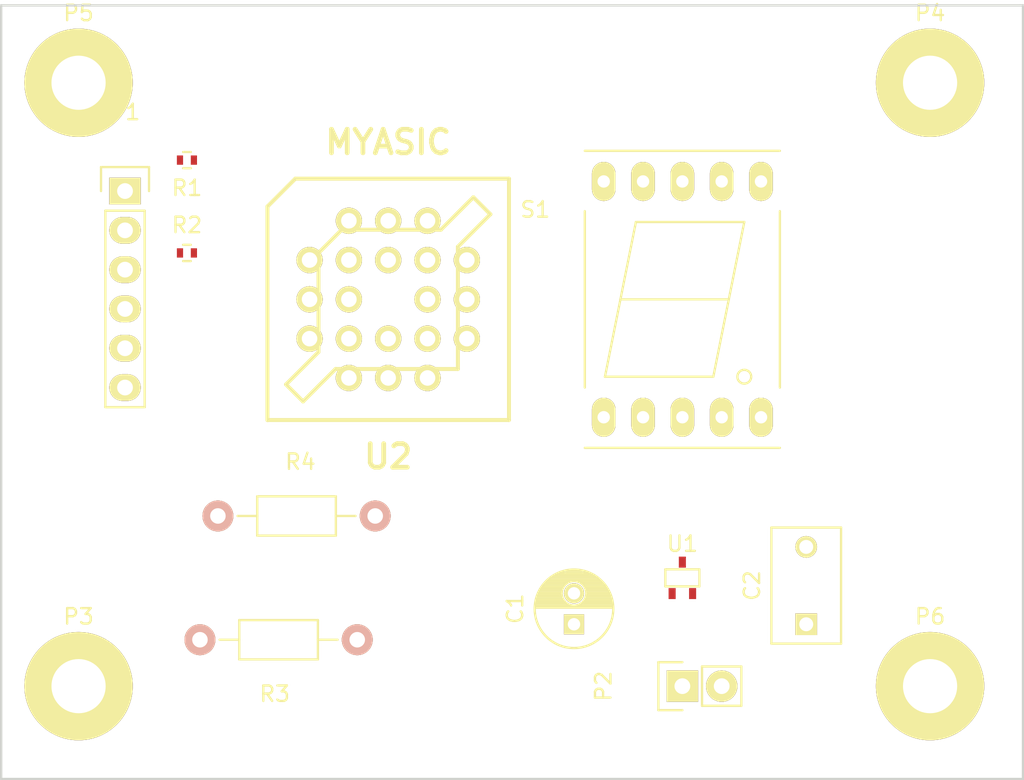
<source format=kicad_pcb>
(kicad_pcb (version 4) (host pcbnew 4.0.4+e1-6308~48~ubuntu16.04.1-stable)

  (general
    (links 31)
    (no_connects 31)
    (area 151.924999 86.924999 232.075001 138.075001)
    (thickness 1.6)
    (drawings 4)
    (tracks 0)
    (zones 0)
    (modules 15)
    (nets 27)
  )

  (page A4)
  (layers
    (0 F.Cu signal)
    (1 In1.Cu signal)
    (2 In2.Cu signal)
    (31 B.Cu signal)
    (33 F.Adhes user)
    (35 F.Paste user)
    (37 F.SilkS user)
    (39 F.Mask user)
    (40 Dwgs.User user)
    (41 Cmts.User user)
    (42 Eco1.User user)
    (43 Eco2.User user)
    (44 Edge.Cuts user)
    (45 Margin user)
    (47 F.CrtYd user)
    (49 F.Fab user)
  )

  (setup
    (last_trace_width 0.25)
    (trace_clearance 0.2)
    (zone_clearance 0.508)
    (zone_45_only no)
    (trace_min 0.2)
    (segment_width 0.2)
    (edge_width 0.15)
    (via_size 0.6)
    (via_drill 0.4)
    (via_min_size 0.4)
    (via_min_drill 0.3)
    (user_via 1.5 1)
    (uvia_size 0.3)
    (uvia_drill 0.1)
    (uvias_allowed no)
    (uvia_min_size 0.2)
    (uvia_min_drill 0.1)
    (pcb_text_width 0.3)
    (pcb_text_size 1.5 1.5)
    (mod_edge_width 0.15)
    (mod_text_size 1 1)
    (mod_text_width 0.15)
    (pad_size 1.524 1.524)
    (pad_drill 0.762)
    (pad_to_mask_clearance 0.2)
    (aux_axis_origin 0 0)
    (visible_elements FFFEFF7F)
    (pcbplotparams
      (layerselection 0x00030_80000001)
      (usegerberextensions false)
      (excludeedgelayer true)
      (linewidth 0.100000)
      (plotframeref false)
      (viasonmask false)
      (mode 1)
      (useauxorigin false)
      (hpglpennumber 1)
      (hpglpenspeed 20)
      (hpglpendiameter 15)
      (hpglpenoverlay 2)
      (psnegative false)
      (psa4output false)
      (plotreference true)
      (plotvalue true)
      (plotinvisibletext false)
      (padsonsilk false)
      (subtractmaskfromsilk false)
      (outputformat 1)
      (mirror false)
      (drillshape 1)
      (scaleselection 1)
      (outputdirectory ""))
  )

  (net 0 "")
  (net 1 /12V)
  (net 2 GND)
  (net 3 +3V3)
  (net 4 "Net-(P1-Pad1)")
  (net 5 "Net-(P1-Pad2)")
  (net 6 /DIV)
  (net 7 "Net-(P1-Pad4)")
  (net 8 "Net-(P1-Pad5)")
  (net 9 "Net-(R1-Pad1)")
  (net 10 "Net-(R2-Pad1)")
  (net 11 "Net-(S1-Pad1)")
  (net 12 "Net-(S1-Pad2)")
  (net 13 "Net-(S1-Pad4)")
  (net 14 "Net-(S1-Pad5)")
  (net 15 "Net-(S1-Pad6)")
  (net 16 "Net-(S1-Pad7)")
  (net 17 "Net-(S1-Pad9)")
  (net 18 "Net-(S1-Pad10)")
  (net 19 "Net-(U2-Pad9)")
  (net 20 "Net-(U2-Pad10)")
  (net 21 "Net-(U2-Pad11)")
  (net 22 "Net-(U2-Pad12)")
  (net 23 "Net-(P3-Pad1)")
  (net 24 "Net-(P4-Pad1)")
  (net 25 "Net-(P5-Pad1)")
  (net 26 "Net-(P6-Pad1)")

  (net_class Default "This is the default net class."
    (clearance 0.2)
    (trace_width 0.25)
    (via_dia 0.6)
    (via_drill 0.4)
    (uvia_dia 0.3)
    (uvia_drill 0.1)
    (add_net +3V3)
    (add_net /DIV)
    (add_net GND)
    (add_net "Net-(P1-Pad1)")
    (add_net "Net-(P1-Pad2)")
    (add_net "Net-(P1-Pad4)")
    (add_net "Net-(P1-Pad5)")
    (add_net "Net-(P3-Pad1)")
    (add_net "Net-(P4-Pad1)")
    (add_net "Net-(P5-Pad1)")
    (add_net "Net-(P6-Pad1)")
    (add_net "Net-(R1-Pad1)")
    (add_net "Net-(R2-Pad1)")
    (add_net "Net-(S1-Pad1)")
    (add_net "Net-(S1-Pad10)")
    (add_net "Net-(S1-Pad2)")
    (add_net "Net-(S1-Pad4)")
    (add_net "Net-(S1-Pad5)")
    (add_net "Net-(S1-Pad6)")
    (add_net "Net-(S1-Pad7)")
    (add_net "Net-(S1-Pad9)")
    (add_net "Net-(U2-Pad10)")
    (add_net "Net-(U2-Pad11)")
    (add_net "Net-(U2-Pad12)")
    (add_net "Net-(U2-Pad9)")
  )

  (net_class POWER ""
    (clearance 0.2)
    (trace_width 0.5)
    (via_dia 0.9)
    (via_drill 0.6)
    (uvia_dia 0.3)
    (uvia_drill 0.1)
    (add_net /12V)
  )

  (module Capacitors_ThroughHole:C_Radial_D5_L11_P2 (layer F.Cu) (tedit 0) (tstamp 5800D665)
    (at 189 128 90)
    (descr "Radial Electrolytic Capacitor 5mm x Length 11mm, Pitch 2mm")
    (tags "Electrolytic Capacitor")
    (path /57FF7B06)
    (fp_text reference C1 (at 1 -3.8 90) (layer F.SilkS)
      (effects (font (size 1 1) (thickness 0.15)))
    )
    (fp_text value C (at 1 3.8 90) (layer F.Fab)
      (effects (font (size 1 1) (thickness 0.15)))
    )
    (fp_line (start 1.075 -2.499) (end 1.075 2.499) (layer F.SilkS) (width 0.15))
    (fp_line (start 1.215 -2.491) (end 1.215 -0.154) (layer F.SilkS) (width 0.15))
    (fp_line (start 1.215 0.154) (end 1.215 2.491) (layer F.SilkS) (width 0.15))
    (fp_line (start 1.355 -2.475) (end 1.355 -0.473) (layer F.SilkS) (width 0.15))
    (fp_line (start 1.355 0.473) (end 1.355 2.475) (layer F.SilkS) (width 0.15))
    (fp_line (start 1.495 -2.451) (end 1.495 -0.62) (layer F.SilkS) (width 0.15))
    (fp_line (start 1.495 0.62) (end 1.495 2.451) (layer F.SilkS) (width 0.15))
    (fp_line (start 1.635 -2.418) (end 1.635 -0.712) (layer F.SilkS) (width 0.15))
    (fp_line (start 1.635 0.712) (end 1.635 2.418) (layer F.SilkS) (width 0.15))
    (fp_line (start 1.775 -2.377) (end 1.775 -0.768) (layer F.SilkS) (width 0.15))
    (fp_line (start 1.775 0.768) (end 1.775 2.377) (layer F.SilkS) (width 0.15))
    (fp_line (start 1.915 -2.327) (end 1.915 -0.795) (layer F.SilkS) (width 0.15))
    (fp_line (start 1.915 0.795) (end 1.915 2.327) (layer F.SilkS) (width 0.15))
    (fp_line (start 2.055 -2.266) (end 2.055 -0.798) (layer F.SilkS) (width 0.15))
    (fp_line (start 2.055 0.798) (end 2.055 2.266) (layer F.SilkS) (width 0.15))
    (fp_line (start 2.195 -2.196) (end 2.195 -0.776) (layer F.SilkS) (width 0.15))
    (fp_line (start 2.195 0.776) (end 2.195 2.196) (layer F.SilkS) (width 0.15))
    (fp_line (start 2.335 -2.114) (end 2.335 -0.726) (layer F.SilkS) (width 0.15))
    (fp_line (start 2.335 0.726) (end 2.335 2.114) (layer F.SilkS) (width 0.15))
    (fp_line (start 2.475 -2.019) (end 2.475 -0.644) (layer F.SilkS) (width 0.15))
    (fp_line (start 2.475 0.644) (end 2.475 2.019) (layer F.SilkS) (width 0.15))
    (fp_line (start 2.615 -1.908) (end 2.615 -0.512) (layer F.SilkS) (width 0.15))
    (fp_line (start 2.615 0.512) (end 2.615 1.908) (layer F.SilkS) (width 0.15))
    (fp_line (start 2.755 -1.78) (end 2.755 -0.265) (layer F.SilkS) (width 0.15))
    (fp_line (start 2.755 0.265) (end 2.755 1.78) (layer F.SilkS) (width 0.15))
    (fp_line (start 2.895 -1.631) (end 2.895 1.631) (layer F.SilkS) (width 0.15))
    (fp_line (start 3.035 -1.452) (end 3.035 1.452) (layer F.SilkS) (width 0.15))
    (fp_line (start 3.175 -1.233) (end 3.175 1.233) (layer F.SilkS) (width 0.15))
    (fp_line (start 3.315 -0.944) (end 3.315 0.944) (layer F.SilkS) (width 0.15))
    (fp_line (start 3.455 -0.472) (end 3.455 0.472) (layer F.SilkS) (width 0.15))
    (fp_circle (center 2 0) (end 2 -0.8) (layer F.SilkS) (width 0.15))
    (fp_circle (center 1 0) (end 1 -2.5375) (layer F.SilkS) (width 0.15))
    (fp_circle (center 1 0) (end 1 -2.8) (layer F.CrtYd) (width 0.05))
    (pad 1 thru_hole rect (at 0 0 90) (size 1.3 1.3) (drill 0.8) (layers *.Cu *.Mask F.SilkS)
      (net 1 /12V))
    (pad 2 thru_hole circle (at 2 0 90) (size 1.3 1.3) (drill 0.8) (layers *.Cu *.Mask F.SilkS)
      (net 2 GND))
    (model Capacitors_ThroughHole.3dshapes/C_Radial_D5_L11_P2.wrl
      (at (xyz 0 0 0))
      (scale (xyz 1 1 1))
      (rotate (xyz 0 0 0))
    )
  )

  (module Capacitors_ThroughHole:C_Disc_D7.5_P5 (layer F.Cu) (tedit 0) (tstamp 5800D66B)
    (at 204 128 90)
    (descr "Capacitor 7.5mm Disc, Pitch 5mm")
    (tags Capacitor)
    (path /57FF7A61)
    (fp_text reference C2 (at 2.5 -3.5 90) (layer F.SilkS)
      (effects (font (size 1 1) (thickness 0.15)))
    )
    (fp_text value C (at 2.5 3.5 90) (layer F.Fab)
      (effects (font (size 1 1) (thickness 0.15)))
    )
    (fp_line (start -1.5 -2.5) (end 6.5 -2.5) (layer F.CrtYd) (width 0.05))
    (fp_line (start 6.5 -2.5) (end 6.5 2.5) (layer F.CrtYd) (width 0.05))
    (fp_line (start 6.5 2.5) (end -1.5 2.5) (layer F.CrtYd) (width 0.05))
    (fp_line (start -1.5 2.5) (end -1.5 -2.5) (layer F.CrtYd) (width 0.05))
    (fp_line (start -1.25 -2.25) (end 6.25 -2.25) (layer F.SilkS) (width 0.15))
    (fp_line (start 6.25 -2.25) (end 6.25 2.25) (layer F.SilkS) (width 0.15))
    (fp_line (start 6.25 2.25) (end -1.25 2.25) (layer F.SilkS) (width 0.15))
    (fp_line (start -1.25 2.25) (end -1.25 -2.25) (layer F.SilkS) (width 0.15))
    (pad 1 thru_hole rect (at 0 0 90) (size 1.4 1.4) (drill 0.9) (layers *.Cu *.Mask F.SilkS)
      (net 3 +3V3))
    (pad 2 thru_hole circle (at 5 0 90) (size 1.4 1.4) (drill 0.9) (layers *.Cu *.Mask F.SilkS)
      (net 2 GND))
    (model Capacitors_ThroughHole.3dshapes/C_Disc_D7.5_P5.wrl
      (at (xyz 0.0984252 0 0))
      (scale (xyz 1 1 1))
      (rotate (xyz 0 0 0))
    )
  )

  (module Pin_Headers:Pin_Header_Straight_1x06 (layer F.Cu) (tedit 0) (tstamp 5800D675)
    (at 160 100)
    (descr "Through hole pin header")
    (tags "pin header")
    (path /57FF8563)
    (fp_text reference P1 (at 0 -5.1) (layer F.SilkS)
      (effects (font (size 1 1) (thickness 0.15)))
    )
    (fp_text value CONN_01X06 (at 0 -3.1) (layer F.Fab)
      (effects (font (size 1 1) (thickness 0.15)))
    )
    (fp_line (start -1.75 -1.75) (end -1.75 14.45) (layer F.CrtYd) (width 0.05))
    (fp_line (start 1.75 -1.75) (end 1.75 14.45) (layer F.CrtYd) (width 0.05))
    (fp_line (start -1.75 -1.75) (end 1.75 -1.75) (layer F.CrtYd) (width 0.05))
    (fp_line (start -1.75 14.45) (end 1.75 14.45) (layer F.CrtYd) (width 0.05))
    (fp_line (start 1.27 1.27) (end 1.27 13.97) (layer F.SilkS) (width 0.15))
    (fp_line (start 1.27 13.97) (end -1.27 13.97) (layer F.SilkS) (width 0.15))
    (fp_line (start -1.27 13.97) (end -1.27 1.27) (layer F.SilkS) (width 0.15))
    (fp_line (start 1.55 -1.55) (end 1.55 0) (layer F.SilkS) (width 0.15))
    (fp_line (start 1.27 1.27) (end -1.27 1.27) (layer F.SilkS) (width 0.15))
    (fp_line (start -1.55 0) (end -1.55 -1.55) (layer F.SilkS) (width 0.15))
    (fp_line (start -1.55 -1.55) (end 1.55 -1.55) (layer F.SilkS) (width 0.15))
    (pad 1 thru_hole rect (at 0 0) (size 2.032 1.7272) (drill 1.016) (layers *.Cu *.Mask F.SilkS)
      (net 4 "Net-(P1-Pad1)"))
    (pad 2 thru_hole oval (at 0 2.54) (size 2.032 1.7272) (drill 1.016) (layers *.Cu *.Mask F.SilkS)
      (net 5 "Net-(P1-Pad2)"))
    (pad 3 thru_hole oval (at 0 5.08) (size 2.032 1.7272) (drill 1.016) (layers *.Cu *.Mask F.SilkS)
      (net 6 /DIV))
    (pad 4 thru_hole oval (at 0 7.62) (size 2.032 1.7272) (drill 1.016) (layers *.Cu *.Mask F.SilkS)
      (net 7 "Net-(P1-Pad4)"))
    (pad 5 thru_hole oval (at 0 10.16) (size 2.032 1.7272) (drill 1.016) (layers *.Cu *.Mask F.SilkS)
      (net 8 "Net-(P1-Pad5)"))
    (pad 6 thru_hole oval (at 0 12.7) (size 2.032 1.7272) (drill 1.016) (layers *.Cu *.Mask F.SilkS)
      (net 2 GND))
    (model Pin_Headers.3dshapes/Pin_Header_Straight_1x06.wrl
      (at (xyz 0 -0.25 0))
      (scale (xyz 1 1 1))
      (rotate (xyz 0 0 90))
    )
  )

  (module Pin_Headers:Pin_Header_Straight_1x02 (layer F.Cu) (tedit 54EA090C) (tstamp 5800D67B)
    (at 196 132 90)
    (descr "Through hole pin header")
    (tags "pin header")
    (path /57FF8861)
    (fp_text reference P2 (at 0 -5.1 90) (layer F.SilkS)
      (effects (font (size 1 1) (thickness 0.15)))
    )
    (fp_text value CONN_01X02 (at 0 -3.1 90) (layer F.Fab)
      (effects (font (size 1 1) (thickness 0.15)))
    )
    (fp_line (start 1.27 1.27) (end 1.27 3.81) (layer F.SilkS) (width 0.15))
    (fp_line (start 1.55 -1.55) (end 1.55 0) (layer F.SilkS) (width 0.15))
    (fp_line (start -1.75 -1.75) (end -1.75 4.3) (layer F.CrtYd) (width 0.05))
    (fp_line (start 1.75 -1.75) (end 1.75 4.3) (layer F.CrtYd) (width 0.05))
    (fp_line (start -1.75 -1.75) (end 1.75 -1.75) (layer F.CrtYd) (width 0.05))
    (fp_line (start -1.75 4.3) (end 1.75 4.3) (layer F.CrtYd) (width 0.05))
    (fp_line (start 1.27 1.27) (end -1.27 1.27) (layer F.SilkS) (width 0.15))
    (fp_line (start -1.55 0) (end -1.55 -1.55) (layer F.SilkS) (width 0.15))
    (fp_line (start -1.55 -1.55) (end 1.55 -1.55) (layer F.SilkS) (width 0.15))
    (fp_line (start -1.27 1.27) (end -1.27 3.81) (layer F.SilkS) (width 0.15))
    (fp_line (start -1.27 3.81) (end 1.27 3.81) (layer F.SilkS) (width 0.15))
    (pad 1 thru_hole rect (at 0 0 90) (size 2.032 2.032) (drill 1.016) (layers *.Cu *.Mask F.SilkS)
      (net 1 /12V))
    (pad 2 thru_hole oval (at 0 2.54 90) (size 2.032 2.032) (drill 1.016) (layers *.Cu *.Mask F.SilkS)
      (net 2 GND))
    (model Pin_Headers.3dshapes/Pin_Header_Straight_1x02.wrl
      (at (xyz 0 -0.05 0))
      (scale (xyz 1 1 1))
      (rotate (xyz 0 0 90))
    )
  )

  (module Mounting_Holes:MountingHole_3.5mm_Pad (layer F.Cu) (tedit 56D1B4CB) (tstamp 5800D680)
    (at 157 132)
    (descr "Mounting Hole 3.5mm")
    (tags "mounting hole 3.5mm")
    (path /57FFAC41)
    (fp_text reference P3 (at 0 -4.5) (layer F.SilkS)
      (effects (font (size 1 1) (thickness 0.15)))
    )
    (fp_text value CONN_01X01 (at 0 4.5) (layer F.Fab)
      (effects (font (size 1 1) (thickness 0.15)))
    )
    (fp_circle (center 0 0) (end 3.5 0) (layer Cmts.User) (width 0.15))
    (fp_circle (center 0 0) (end 3.75 0) (layer F.CrtYd) (width 0.05))
    (pad 1 thru_hole circle (at 0 0) (size 7 7) (drill 3.5) (layers *.Cu *.Mask F.SilkS)
      (net 23 "Net-(P3-Pad1)"))
  )

  (module Mounting_Holes:MountingHole_3.5mm_Pad (layer F.Cu) (tedit 56D1B4CB) (tstamp 5800D685)
    (at 212 93)
    (descr "Mounting Hole 3.5mm")
    (tags "mounting hole 3.5mm")
    (path /57FFAE8D)
    (fp_text reference P4 (at 0 -4.5) (layer F.SilkS)
      (effects (font (size 1 1) (thickness 0.15)))
    )
    (fp_text value CONN_01X01 (at 0 4.5) (layer F.Fab)
      (effects (font (size 1 1) (thickness 0.15)))
    )
    (fp_circle (center 0 0) (end 3.5 0) (layer Cmts.User) (width 0.15))
    (fp_circle (center 0 0) (end 3.75 0) (layer F.CrtYd) (width 0.05))
    (pad 1 thru_hole circle (at 0 0) (size 7 7) (drill 3.5) (layers *.Cu *.Mask F.SilkS)
      (net 24 "Net-(P4-Pad1)"))
  )

  (module Mounting_Holes:MountingHole_3.5mm_Pad (layer F.Cu) (tedit 56D1B4CB) (tstamp 5800D68A)
    (at 157 93)
    (descr "Mounting Hole 3.5mm")
    (tags "mounting hole 3.5mm")
    (path /57FFADF8)
    (fp_text reference P5 (at 0 -4.5) (layer F.SilkS)
      (effects (font (size 1 1) (thickness 0.15)))
    )
    (fp_text value CONN_01X01 (at 0 4.5) (layer F.Fab)
      (effects (font (size 1 1) (thickness 0.15)))
    )
    (fp_circle (center 0 0) (end 3.5 0) (layer Cmts.User) (width 0.15))
    (fp_circle (center 0 0) (end 3.75 0) (layer F.CrtYd) (width 0.05))
    (pad 1 thru_hole circle (at 0 0) (size 7 7) (drill 3.5) (layers *.Cu *.Mask F.SilkS)
      (net 25 "Net-(P5-Pad1)"))
  )

  (module Mounting_Holes:MountingHole_3.5mm_Pad (layer F.Cu) (tedit 56D1B4CB) (tstamp 5800D68F)
    (at 212 132)
    (descr "Mounting Hole 3.5mm")
    (tags "mounting hole 3.5mm")
    (path /57FFAE45)
    (fp_text reference P6 (at 0 -4.5) (layer F.SilkS)
      (effects (font (size 1 1) (thickness 0.15)))
    )
    (fp_text value CONN_01X01 (at 0 4.5) (layer F.Fab)
      (effects (font (size 1 1) (thickness 0.15)))
    )
    (fp_circle (center 0 0) (end 3.5 0) (layer Cmts.User) (width 0.15))
    (fp_circle (center 0 0) (end 3.75 0) (layer F.CrtYd) (width 0.05))
    (pad 1 thru_hole circle (at 0 0) (size 7 7) (drill 3.5) (layers *.Cu *.Mask F.SilkS)
      (net 26 "Net-(P6-Pad1)"))
  )

  (module Resistors_SMD:R_0402 (layer F.Cu) (tedit 5415CBB8) (tstamp 5800D695)
    (at 164 98 180)
    (descr "Resistor SMD 0402, reflow soldering, Vishay (see dcrcw.pdf)")
    (tags "resistor 0402")
    (path /57FF83DC)
    (attr smd)
    (fp_text reference R1 (at 0 -1.8 180) (layer F.SilkS)
      (effects (font (size 1 1) (thickness 0.15)))
    )
    (fp_text value R (at 0 1.8 180) (layer F.Fab)
      (effects (font (size 1 1) (thickness 0.15)))
    )
    (fp_line (start -0.95 -0.65) (end 0.95 -0.65) (layer F.CrtYd) (width 0.05))
    (fp_line (start -0.95 0.65) (end 0.95 0.65) (layer F.CrtYd) (width 0.05))
    (fp_line (start -0.95 -0.65) (end -0.95 0.65) (layer F.CrtYd) (width 0.05))
    (fp_line (start 0.95 -0.65) (end 0.95 0.65) (layer F.CrtYd) (width 0.05))
    (fp_line (start 0.25 -0.525) (end -0.25 -0.525) (layer F.SilkS) (width 0.15))
    (fp_line (start -0.25 0.525) (end 0.25 0.525) (layer F.SilkS) (width 0.15))
    (pad 1 smd rect (at -0.45 0 180) (size 0.4 0.6) (layers F.Cu F.Paste F.Mask)
      (net 9 "Net-(R1-Pad1)"))
    (pad 2 smd rect (at 0.45 0 180) (size 0.4 0.6) (layers F.Cu F.Paste F.Mask)
      (net 4 "Net-(P1-Pad1)"))
    (model Resistors_SMD.3dshapes/R_0402.wrl
      (at (xyz 0 0 0))
      (scale (xyz 1 1 1))
      (rotate (xyz 0 0 0))
    )
  )

  (module Resistors_SMD:R_0402 (layer F.Cu) (tedit 5415CBB8) (tstamp 5800D69B)
    (at 164 104)
    (descr "Resistor SMD 0402, reflow soldering, Vishay (see dcrcw.pdf)")
    (tags "resistor 0402")
    (path /57FF8328)
    (attr smd)
    (fp_text reference R2 (at 0 -1.8) (layer F.SilkS)
      (effects (font (size 1 1) (thickness 0.15)))
    )
    (fp_text value R (at 0 1.8) (layer F.Fab)
      (effects (font (size 1 1) (thickness 0.15)))
    )
    (fp_line (start -0.95 -0.65) (end 0.95 -0.65) (layer F.CrtYd) (width 0.05))
    (fp_line (start -0.95 0.65) (end 0.95 0.65) (layer F.CrtYd) (width 0.05))
    (fp_line (start -0.95 -0.65) (end -0.95 0.65) (layer F.CrtYd) (width 0.05))
    (fp_line (start 0.95 -0.65) (end 0.95 0.65) (layer F.CrtYd) (width 0.05))
    (fp_line (start 0.25 -0.525) (end -0.25 -0.525) (layer F.SilkS) (width 0.15))
    (fp_line (start -0.25 0.525) (end 0.25 0.525) (layer F.SilkS) (width 0.15))
    (pad 1 smd rect (at -0.45 0) (size 0.4 0.6) (layers F.Cu F.Paste F.Mask)
      (net 10 "Net-(R2-Pad1)"))
    (pad 2 smd rect (at 0.45 0) (size 0.4 0.6) (layers F.Cu F.Paste F.Mask)
      (net 5 "Net-(P1-Pad2)"))
    (model Resistors_SMD.3dshapes/R_0402.wrl
      (at (xyz 0 0 0))
      (scale (xyz 1 1 1))
      (rotate (xyz 0 0 0))
    )
  )

  (module Resistors_ThroughHole:Resistor_Horizontal_RM10mm (layer F.Cu) (tedit 56648415) (tstamp 5800D6A1)
    (at 175 129 180)
    (descr "Resistor, Axial,  RM 10mm, 1/3W")
    (tags "Resistor Axial RM 10mm 1/3W")
    (path /57FF7C68)
    (fp_text reference R3 (at 5.32892 -3.50012 180) (layer F.SilkS)
      (effects (font (size 1 1) (thickness 0.15)))
    )
    (fp_text value R (at 5.08 3.81 180) (layer F.Fab)
      (effects (font (size 1 1) (thickness 0.15)))
    )
    (fp_line (start -1.25 -1.5) (end 11.4 -1.5) (layer F.CrtYd) (width 0.05))
    (fp_line (start -1.25 1.5) (end -1.25 -1.5) (layer F.CrtYd) (width 0.05))
    (fp_line (start 11.4 -1.5) (end 11.4 1.5) (layer F.CrtYd) (width 0.05))
    (fp_line (start -1.25 1.5) (end 11.4 1.5) (layer F.CrtYd) (width 0.05))
    (fp_line (start 2.54 -1.27) (end 7.62 -1.27) (layer F.SilkS) (width 0.15))
    (fp_line (start 7.62 -1.27) (end 7.62 1.27) (layer F.SilkS) (width 0.15))
    (fp_line (start 7.62 1.27) (end 2.54 1.27) (layer F.SilkS) (width 0.15))
    (fp_line (start 2.54 1.27) (end 2.54 -1.27) (layer F.SilkS) (width 0.15))
    (fp_line (start 2.54 0) (end 1.27 0) (layer F.SilkS) (width 0.15))
    (fp_line (start 7.62 0) (end 8.89 0) (layer F.SilkS) (width 0.15))
    (pad 1 thru_hole circle (at 0 0 180) (size 1.99898 1.99898) (drill 1.00076) (layers *.Cu *.SilkS *.Mask)
      (net 1 /12V))
    (pad 2 thru_hole circle (at 10.16 0 180) (size 1.99898 1.99898) (drill 1.00076) (layers *.Cu *.SilkS *.Mask)
      (net 6 /DIV))
    (model Resistors_ThroughHole.3dshapes/Resistor_Horizontal_RM10mm.wrl
      (at (xyz 0.2 0 0))
      (scale (xyz 0.4 0.4 0.4))
      (rotate (xyz 0 0 0))
    )
  )

  (module Resistors_ThroughHole:Resistor_Horizontal_RM10mm (layer F.Cu) (tedit 56648415) (tstamp 5800D6A7)
    (at 166 121)
    (descr "Resistor, Axial,  RM 10mm, 1/3W")
    (tags "Resistor Axial RM 10mm 1/3W")
    (path /57FF8D0B)
    (fp_text reference R4 (at 5.32892 -3.50012) (layer F.SilkS)
      (effects (font (size 1 1) (thickness 0.15)))
    )
    (fp_text value R (at 5.08 3.81) (layer F.Fab)
      (effects (font (size 1 1) (thickness 0.15)))
    )
    (fp_line (start -1.25 -1.5) (end 11.4 -1.5) (layer F.CrtYd) (width 0.05))
    (fp_line (start -1.25 1.5) (end -1.25 -1.5) (layer F.CrtYd) (width 0.05))
    (fp_line (start 11.4 -1.5) (end 11.4 1.5) (layer F.CrtYd) (width 0.05))
    (fp_line (start -1.25 1.5) (end 11.4 1.5) (layer F.CrtYd) (width 0.05))
    (fp_line (start 2.54 -1.27) (end 7.62 -1.27) (layer F.SilkS) (width 0.15))
    (fp_line (start 7.62 -1.27) (end 7.62 1.27) (layer F.SilkS) (width 0.15))
    (fp_line (start 7.62 1.27) (end 2.54 1.27) (layer F.SilkS) (width 0.15))
    (fp_line (start 2.54 1.27) (end 2.54 -1.27) (layer F.SilkS) (width 0.15))
    (fp_line (start 2.54 0) (end 1.27 0) (layer F.SilkS) (width 0.15))
    (fp_line (start 7.62 0) (end 8.89 0) (layer F.SilkS) (width 0.15))
    (pad 1 thru_hole circle (at 0 0) (size 1.99898 1.99898) (drill 1.00076) (layers *.Cu *.SilkS *.Mask)
      (net 6 /DIV))
    (pad 2 thru_hole circle (at 10.16 0) (size 1.99898 1.99898) (drill 1.00076) (layers *.Cu *.SilkS *.Mask)
      (net 2 GND))
    (model Resistors_ThroughHole.3dshapes/Resistor_Horizontal_RM10mm.wrl
      (at (xyz 0.2 0 0))
      (scale (xyz 0.4 0.4 0.4))
      (rotate (xyz 0 0 0))
    )
  )

  (module Displays_7-Segment:7SegmentLED_LTS6760_LTS6780 (layer F.Cu) (tedit 0) (tstamp 5800D6B5)
    (at 196 107)
    (path /57FF7DDE)
    (fp_text reference S1 (at -9.5 -5.8) (layer F.SilkS)
      (effects (font (size 1 1) (thickness 0.15)))
    )
    (fp_text value 7SEGM (at -0.4 12) (layer F.Fab)
      (effects (font (size 1 1) (thickness 0.15)))
    )
    (fp_circle (center 4 5) (end 4.4 5.2) (layer F.SilkS) (width 0.15))
    (fp_line (start -3 -5) (end -4 0) (layer F.SilkS) (width 0.15))
    (fp_line (start -4 0) (end -5 5) (layer F.SilkS) (width 0.15))
    (fp_line (start -5 5) (end 2 5) (layer F.SilkS) (width 0.15))
    (fp_line (start 2 5) (end 3 0) (layer F.SilkS) (width 0.15))
    (fp_line (start 4 -5) (end 3 0) (layer F.SilkS) (width 0.15))
    (fp_line (start 3 0) (end -4 0) (layer F.SilkS) (width 0.15))
    (fp_line (start -3 -5) (end 4 -5) (layer F.SilkS) (width 0.15))
    (fp_line (start 6.3 9.6) (end -6.3 9.6) (layer F.SilkS) (width 0.15))
    (fp_line (start -6.3 -5.7) (end -6.3 5.7) (layer F.SilkS) (width 0.15))
    (fp_line (start 6.3 -5.7) (end 6.3 5.7) (layer F.SilkS) (width 0.15))
    (fp_line (start -6.3 -9.6) (end 6.3 -9.6) (layer F.SilkS) (width 0.15))
    (pad 1 thru_hole oval (at -5.08 7.62) (size 1.524 2.524) (drill 0.8) (layers *.Cu *.Mask F.SilkS)
      (net 11 "Net-(S1-Pad1)"))
    (pad 2 thru_hole oval (at -2.54 7.62) (size 1.524 2.524) (drill 0.8) (layers *.Cu *.Mask F.SilkS)
      (net 12 "Net-(S1-Pad2)"))
    (pad 3 thru_hole oval (at 0 7.62) (size 1.524 2.524) (drill 0.8) (layers *.Cu *.Mask F.SilkS)
      (net 2 GND))
    (pad 4 thru_hole oval (at 2.54 7.62) (size 1.524 2.524) (drill 0.8) (layers *.Cu *.Mask F.SilkS)
      (net 13 "Net-(S1-Pad4)"))
    (pad 5 thru_hole oval (at 5.08 7.62) (size 1.524 2.524) (drill 0.8) (layers *.Cu *.Mask F.SilkS)
      (net 14 "Net-(S1-Pad5)"))
    (pad 6 thru_hole oval (at 5.08 -7.62) (size 1.524 2.524) (drill 0.8) (layers *.Cu *.Mask F.SilkS)
      (net 15 "Net-(S1-Pad6)"))
    (pad 7 thru_hole oval (at 2.54 -7.62) (size 1.524 2.524) (drill 0.8) (layers *.Cu *.Mask F.SilkS)
      (net 16 "Net-(S1-Pad7)"))
    (pad 8 thru_hole oval (at 0 -7.62) (size 1.524 2.524) (drill 0.8) (layers *.Cu *.Mask F.SilkS)
      (net 2 GND))
    (pad 9 thru_hole oval (at -2.54 -7.62) (size 1.524 2.524) (drill 0.8) (layers *.Cu *.Mask F.SilkS)
      (net 17 "Net-(S1-Pad9)"))
    (pad 10 thru_hole oval (at -5.08 -7.62) (size 1.524 2.524) (drill 0.8) (layers *.Cu *.Mask F.SilkS)
      (net 18 "Net-(S1-Pad10)"))
    (model Displays_7-Segment.3dshapes/7SegmentLED_LTS6760_LTS6780.wrl
      (at (xyz 0 0 0))
      (scale (xyz 0.3937 0.3937 0.3937))
      (rotate (xyz 0 0 0))
    )
  )

  (module MY_FOOTPRINTS:SC-70 (layer F.Cu) (tedit 56EA2234) (tstamp 5800D6BC)
    (at 196 125)
    (descr "SC70 SOT323")
    (path /57FFA250)
    (attr smd)
    (fp_text reference U1 (at 0 -2.2) (layer F.SilkS)
      (effects (font (size 1 1) (thickness 0.15)))
    )
    (fp_text value REG12V3V (at 0 2.4) (layer F.Fab)
      (effects (font (size 1 1) (thickness 0.15)))
    )
    (fp_line (start 1.3 -1.7) (end 1.3 1.7) (layer F.CrtYd) (width 0.05))
    (fp_line (start -1.3 -1.7) (end 1.3 -1.7) (layer F.CrtYd) (width 0.05))
    (fp_line (start -1.3 1.7) (end -1.3 -1.7) (layer F.CrtYd) (width 0.05))
    (fp_line (start 1.3 1.7) (end -1.3 1.7) (layer F.CrtYd) (width 0.05))
    (fp_line (start -1.1 -0.55) (end -1.1 0.55) (layer F.SilkS) (width 0.15))
    (fp_line (start -1.1 0.55) (end 1.1 0.55) (layer F.SilkS) (width 0.15))
    (fp_line (start 1.1 0.55) (end 1.1 -0.55) (layer F.SilkS) (width 0.15))
    (fp_line (start 1.1 -0.55) (end -1.05 -0.55) (layer F.SilkS) (width 0.15))
    (fp_line (start -1.05 -0.55) (end -1.1 -0.55) (layer F.SilkS) (width 0.15))
    (pad 1 smd rect (at -0.6604 1.016) (size 0.4572 0.7112) (layers F.Cu F.Paste F.Mask)
      (net 1 /12V))
    (pad 2 smd rect (at 0.6604 1.016) (size 0.4572 0.7112) (layers F.Cu F.Paste F.Mask)
      (net 2 GND))
    (pad 3 smd rect (at 0 -1.016) (size 0.4572 0.7112) (layers F.Cu F.Paste F.Mask)
      (net 3 +3V3))
    (model TO_SOT_Packages_SMD.3dshapes/SC-70.wrl
      (at (xyz 0 0 0))
      (scale (xyz 1 1 1))
      (rotate (xyz 0 0 0))
    )
  )

  (module w_pth_plcc:plcc20_pth-skt (layer F.Cu) (tedit 0) (tstamp 5800D6D4)
    (at 177 107 180)
    (path /57FF8066)
    (fp_text reference U2 (at 0 -10.16 180) (layer F.SilkS)
      (effects (font (thickness 0.3048)))
    )
    (fp_text value MYASIC (at 0 10.16 180) (layer F.SilkS)
      (effects (font (thickness 0.3048)))
    )
    (fp_line (start -4.50088 3.40106) (end -4.50088 -4.50088) (layer F.SilkS) (width 0.254))
    (fp_line (start -4.50088 -4.50088) (end 3.40106 -4.50088) (layer F.SilkS) (width 0.254))
    (fp_line (start 3.40106 -4.50088) (end 5.4991 -6.59892) (layer F.SilkS) (width 0.254))
    (fp_line (start 5.4991 -6.59892) (end 6.59892 -5.4991) (layer F.SilkS) (width 0.254))
    (fp_line (start 6.59892 -5.4991) (end 4.50088 -3.40106) (layer F.SilkS) (width 0.254))
    (fp_line (start 4.50088 -3.40106) (end 4.50088 2.99974) (layer F.SilkS) (width 0.254))
    (fp_line (start 4.50088 2.99974) (end 2.99974 4.50088) (layer F.SilkS) (width 0.254))
    (fp_line (start 2.99974 4.50088) (end -3.40106 4.50088) (layer F.SilkS) (width 0.254))
    (fp_line (start -4.50088 3.40106) (end -6.59892 5.4991) (layer F.SilkS) (width 0.254))
    (fp_line (start -6.59892 5.4991) (end -5.4991 6.59892) (layer F.SilkS) (width 0.254))
    (fp_line (start -5.4991 6.59892) (end -3.40106 4.50088) (layer F.SilkS) (width 0.254))
    (fp_line (start 7.80034 -7.80034) (end -7.80034 -7.80034) (layer F.SilkS) (width 0.254))
    (fp_line (start -7.80034 -7.80034) (end -7.80034 7.80034) (layer F.SilkS) (width 0.254))
    (fp_line (start -7.80034 7.80034) (end 5.99948 7.80034) (layer F.SilkS) (width 0.254))
    (fp_line (start 5.99948 7.80034) (end 7.80034 5.99948) (layer F.SilkS) (width 0.254))
    (fp_line (start 7.80034 5.99948) (end 7.80034 -7.80034) (layer F.SilkS) (width 0.254))
    (pad 1 thru_hole circle (at 0 5.08 180) (size 1.69926 1.69926) (drill 1.00076) (layers *.Cu *.Mask F.SilkS)
      (net 3 +3V3))
    (pad 2 thru_hole circle (at 0 2.54 180) (size 1.69926 1.69926) (drill 1.00076) (layers *.Cu *.Mask F.SilkS)
      (net 2 GND))
    (pad 3 thru_hole circle (at 2.54 5.08 180) (size 1.69926 1.69926) (drill 1.00076) (layers *.Cu *.Mask F.SilkS)
      (net 9 "Net-(R1-Pad1)"))
    (pad 4 thru_hole circle (at 5.08 2.54 180) (size 1.69926 1.69926) (drill 1.00076) (layers *.Cu *.Mask F.SilkS)
      (net 10 "Net-(R2-Pad1)"))
    (pad 5 thru_hole circle (at 2.54 2.54 180) (size 1.69926 1.69926) (drill 1.00076) (layers *.Cu *.Mask F.SilkS)
      (net 6 /DIV))
    (pad 6 thru_hole circle (at 5.08 0 180) (size 1.69926 1.69926) (drill 1.00076) (layers *.Cu *.Mask F.SilkS)
      (net 7 "Net-(P1-Pad4)"))
    (pad 7 thru_hole circle (at 2.54 0 180) (size 1.69926 1.69926) (drill 1.00076) (layers *.Cu *.Mask F.SilkS)
      (net 8 "Net-(P1-Pad5)"))
    (pad 8 thru_hole circle (at 5.08 -2.54 180) (size 1.69926 1.69926) (drill 1.00076) (layers *.Cu *.Mask F.SilkS)
      (net 2 GND))
    (pad 9 thru_hole circle (at 2.54 -5.08 180) (size 1.69926 1.69926) (drill 1.00076) (layers *.Cu *.Mask F.SilkS)
      (net 19 "Net-(U2-Pad9)"))
    (pad 10 thru_hole circle (at 2.54 -2.54 180) (size 1.69926 1.69926) (drill 1.00076) (layers *.Cu *.Mask F.SilkS)
      (net 20 "Net-(U2-Pad10)"))
    (pad 11 thru_hole circle (at 0 -5.08 180) (size 1.69926 1.69926) (drill 1.00076) (layers *.Cu *.Mask F.SilkS)
      (net 21 "Net-(U2-Pad11)"))
    (pad 12 thru_hole circle (at 0 -2.54 180) (size 1.69926 1.69926) (drill 1.00076) (layers *.Cu *.Mask F.SilkS)
      (net 22 "Net-(U2-Pad12)"))
    (pad 13 thru_hole circle (at -2.54 -5.08 180) (size 1.69926 1.69926) (drill 1.00076) (layers *.Cu *.Mask F.SilkS)
      (net 14 "Net-(S1-Pad5)"))
    (pad 14 thru_hole circle (at -5.08 -2.54 180) (size 1.69926 1.69926) (drill 1.00076) (layers *.Cu *.Mask F.SilkS)
      (net 18 "Net-(S1-Pad10)"))
    (pad 15 thru_hole circle (at -2.54 -2.54 180) (size 1.69926 1.69926) (drill 1.00076) (layers *.Cu *.Mask F.SilkS)
      (net 17 "Net-(S1-Pad9)"))
    (pad 16 thru_hole circle (at -5.08 0 180) (size 1.69926 1.69926) (drill 1.00076) (layers *.Cu *.Mask F.SilkS)
      (net 11 "Net-(S1-Pad1)"))
    (pad 17 thru_hole circle (at -2.54 0 180) (size 1.69926 1.69926) (drill 1.00076) (layers *.Cu *.Mask F.SilkS)
      (net 12 "Net-(S1-Pad2)"))
    (pad 18 thru_hole circle (at -5.08 2.54 180) (size 1.69926 1.69926) (drill 1.00076) (layers *.Cu *.Mask F.SilkS)
      (net 13 "Net-(S1-Pad4)"))
    (pad 19 thru_hole circle (at -2.54 5.08 180) (size 1.69926 1.69926) (drill 1.00076) (layers *.Cu *.Mask F.SilkS)
      (net 15 "Net-(S1-Pad6)"))
    (pad 20 thru_hole circle (at -2.54 2.54 180) (size 1.69926 1.69926) (drill 1.00076) (layers *.Cu *.Mask F.SilkS)
      (net 16 "Net-(S1-Pad7)"))
    (model walter/pth_plcc/plcc20_pth-skt.wrl
      (at (xyz 0 0 0))
      (scale (xyz 1 1 1))
      (rotate (xyz 0 0 0))
    )
  )

  (gr_line (start 152 138) (end 218 138) (angle 90) (layer Edge.Cuts) (width 0.15))
  (gr_line (start 152 88) (end 152 138) (angle 90) (layer Edge.Cuts) (width 0.15))
  (gr_line (start 218 88) (end 152 88) (angle 90) (layer Edge.Cuts) (width 0.15))
  (gr_line (start 218 138) (end 218 88) (angle 90) (layer Edge.Cuts) (width 0.15))

)

</source>
